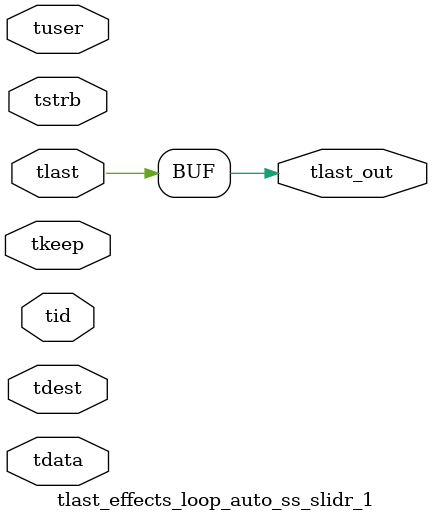
<source format=v>


`timescale 1ps/1ps

module tlast_effects_loop_auto_ss_slidr_1 #
(
parameter C_S_AXIS_TID_WIDTH   = 1,
parameter C_S_AXIS_TUSER_WIDTH = 0,
parameter C_S_AXIS_TDATA_WIDTH = 0,
parameter C_S_AXIS_TDEST_WIDTH = 0
)
(
input  [(C_S_AXIS_TID_WIDTH   == 0 ? 1 : C_S_AXIS_TID_WIDTH)-1:0       ] tid,
input  [(C_S_AXIS_TDATA_WIDTH == 0 ? 1 : C_S_AXIS_TDATA_WIDTH)-1:0     ] tdata,
input  [(C_S_AXIS_TUSER_WIDTH == 0 ? 1 : C_S_AXIS_TUSER_WIDTH)-1:0     ] tuser,
input  [(C_S_AXIS_TDEST_WIDTH == 0 ? 1 : C_S_AXIS_TDEST_WIDTH)-1:0     ] tdest,
input  [(C_S_AXIS_TDATA_WIDTH/8)-1:0 ] tkeep,
input  [(C_S_AXIS_TDATA_WIDTH/8)-1:0 ] tstrb,
input  [0:0]                                                             tlast,
output                                                                   tlast_out
);

assign tlast_out = {tlast};

endmodule


</source>
